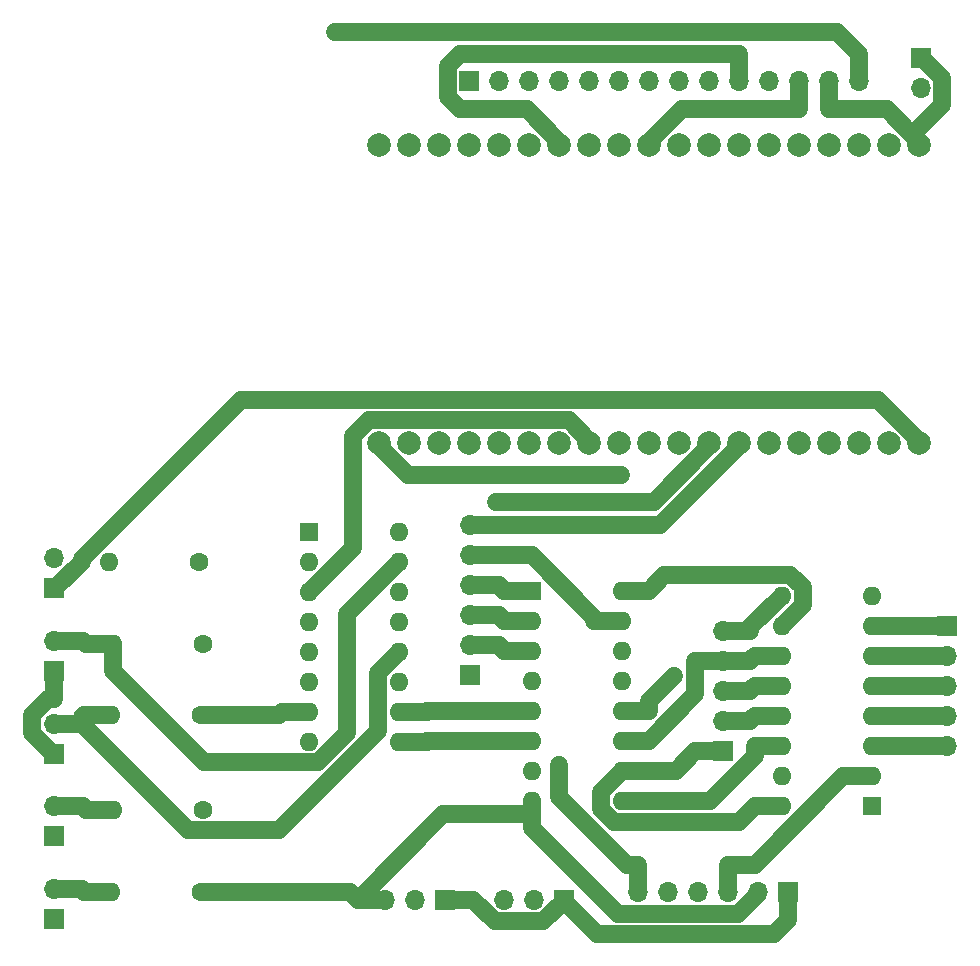
<source format=gbr>
%TF.GenerationSoftware,KiCad,Pcbnew,8.0.3*%
%TF.CreationDate,2025-01-28T15:41:37+01:00*%
%TF.ProjectId,Esp32-card,45737033-322d-4636-9172-642e6b696361,rev?*%
%TF.SameCoordinates,Original*%
%TF.FileFunction,Copper,L1,Top*%
%TF.FilePolarity,Positive*%
%FSLAX46Y46*%
G04 Gerber Fmt 4.6, Leading zero omitted, Abs format (unit mm)*
G04 Created by KiCad (PCBNEW 8.0.3) date 2025-01-28 15:41:37*
%MOMM*%
%LPD*%
G01*
G04 APERTURE LIST*
%TA.AperFunction,ComponentPad*%
%ADD10R,1.600000X1.600000*%
%TD*%
%TA.AperFunction,ComponentPad*%
%ADD11O,1.600000X1.600000*%
%TD*%
%TA.AperFunction,ComponentPad*%
%ADD12C,1.600000*%
%TD*%
%TA.AperFunction,ComponentPad*%
%ADD13R,1.700000X1.700000*%
%TD*%
%TA.AperFunction,ComponentPad*%
%ADD14O,1.700000X1.700000*%
%TD*%
%TA.AperFunction,ComponentPad*%
%ADD15C,2.000000*%
%TD*%
%TA.AperFunction,ViaPad*%
%ADD16C,1.200000*%
%TD*%
%TA.AperFunction,Conductor*%
%ADD17C,1.500000*%
%TD*%
G04 APERTURE END LIST*
D10*
%TO.P,U4,1,A4*%
%TO.N,Capteur_Hall_1*%
X150000000Y-85460000D03*
D11*
%TO.P,U4,2,A6*%
%TO.N,Capteur_Autre_1*%
X150000000Y-88000000D03*
%TO.P,U4,3,A*%
%TO.N,Analog_Pin1*%
X150000000Y-90540000D03*
%TO.P,U4,4,A7*%
%TO.N,Capteur_Autre_2*%
X150000000Y-93080000D03*
%TO.P,U4,5,A5*%
%TO.N,Capteur_Hall_2*%
X150000000Y-95620000D03*
%TO.P,U4,6,~{E}*%
%TO.N,GND*%
X150000000Y-98160000D03*
%TO.P,U4,7,VEE*%
X150000000Y-100700000D03*
%TO.P,U4,8,GND*%
X150000000Y-103240000D03*
%TO.P,U4,9,S2*%
%TO.N,Net-(U1-QG)*%
X157620000Y-103240000D03*
%TO.P,U4,10,S1*%
%TO.N,Net-(U1-QF)*%
X157620000Y-100700000D03*
%TO.P,U4,11,S0*%
%TO.N,Net-(U1-QE)*%
X157620000Y-98160000D03*
%TO.P,U4,12,A3*%
%TO.N,Capteur_Force_3*%
X157620000Y-95620000D03*
%TO.P,U4,13,A0*%
%TO.N,Net-(J14-Pin_6)*%
X157620000Y-93080000D03*
%TO.P,U4,14,A1*%
%TO.N,Capteur_Force_1*%
X157620000Y-90540000D03*
%TO.P,U4,15,A2*%
%TO.N,Capteur_Force_2*%
X157620000Y-88000000D03*
%TO.P,U4,16,VCC*%
%TO.N,3v3*%
X157620000Y-85460000D03*
%TD*%
%TO.P,U2,16,VCC*%
%TO.N,3v3*%
X190000000Y-108700000D03*
%TO.P,U2,15,QA*%
%TO.N,Net-(J14-Pin_5)*%
X190000000Y-106160000D03*
%TO.P,U2,14,SER*%
%TO.N,Net-(U1-QH')*%
X190000000Y-103620000D03*
%TO.P,U2,13,~{OE}*%
%TO.N,GND*%
X190000000Y-101080000D03*
%TO.P,U2,12,RCLK*%
%TO.N,Trig*%
X190000000Y-98540000D03*
%TO.P,U2,11,SRCLK*%
%TO.N,Clock*%
X190000000Y-96000000D03*
%TO.P,U2,10,~{SRCLR}*%
%TO.N,3v3*%
X190000000Y-93460000D03*
%TO.P,U2,9,QH'*%
%TO.N,Net-(J12-Pin_5)*%
X190000000Y-90920000D03*
%TO.P,U2,8,GND*%
%TO.N,GND*%
X197620000Y-90920000D03*
%TO.P,U2,7,QH*%
%TO.N,Net-(J9-Pin_1)*%
X197620000Y-93460000D03*
%TO.P,U2,6,QG*%
%TO.N,Net-(J9-Pin_2)*%
X197620000Y-96000000D03*
%TO.P,U2,5,QF*%
%TO.N,Net-(J9-Pin_3)*%
X197620000Y-98540000D03*
%TO.P,U2,4,QE*%
%TO.N,Net-(J9-Pin_4)*%
X197620000Y-101080000D03*
%TO.P,U2,3,QD*%
%TO.N,Net-(J9-Pin_5)*%
X197620000Y-103620000D03*
%TO.P,U2,2,QC*%
%TO.N,Net-(J14-Pin_3)*%
X197620000Y-106160000D03*
D10*
%TO.P,U2,1,QB*%
%TO.N,Net-(J14-Pin_4)*%
X197620000Y-108700000D03*
%TD*%
%TO.P,U1,1,QB*%
%TO.N,M1_Pin_Dir2*%
X168820000Y-90460000D03*
D11*
%TO.P,U1,2,QC*%
%TO.N,M2_Pin_Dir1*%
X168820000Y-93000000D03*
%TO.P,U1,3,QD*%
%TO.N,M2_Pin_Dir2*%
X168820000Y-95540000D03*
%TO.P,U1,4,QE*%
%TO.N,Net-(U1-QE)*%
X168820000Y-98080000D03*
%TO.P,U1,5,QF*%
%TO.N,Net-(U1-QF)*%
X168820000Y-100620000D03*
%TO.P,U1,6,QG*%
%TO.N,Net-(U1-QG)*%
X168820000Y-103160000D03*
%TO.P,U1,7,QH*%
%TO.N,unconnected-(U1-QH-Pad7)*%
X168820000Y-105700000D03*
%TO.P,U1,8,GND*%
%TO.N,GND*%
X168820000Y-108240000D03*
%TO.P,U1,9,QH'*%
%TO.N,Net-(U1-QH')*%
X176440000Y-108240000D03*
%TO.P,U1,10,~{SRCLR}*%
%TO.N,3v3*%
X176440000Y-105700000D03*
%TO.P,U1,11,SRCLK*%
%TO.N,Clock*%
X176440000Y-103160000D03*
%TO.P,U1,12,RCLK*%
%TO.N,Trig*%
X176440000Y-100620000D03*
%TO.P,U1,13,~{OE}*%
%TO.N,GND*%
X176440000Y-98080000D03*
%TO.P,U1,14,SER*%
%TO.N,Data*%
X176440000Y-95540000D03*
%TO.P,U1,15,QA*%
%TO.N,M1_Pin_Dir1*%
X176440000Y-93000000D03*
%TO.P,U1,16,VCC*%
%TO.N,3v3*%
X176440000Y-90460000D03*
%TD*%
%TO.P,R5,2*%
%TO.N,Capteur_Autre_2*%
X133190000Y-116000000D03*
D12*
%TO.P,R5,1*%
%TO.N,GND*%
X140810000Y-116000000D03*
%TD*%
%TO.P,R4,1*%
%TO.N,GND*%
X141000000Y-109000000D03*
D11*
%TO.P,R4,2*%
%TO.N,Capteur_Autre_1*%
X133380000Y-109000000D03*
%TD*%
D12*
%TO.P,R3,1*%
%TO.N,GND*%
X140810000Y-101000000D03*
D11*
%TO.P,R3,2*%
%TO.N,Capteur_Force_3*%
X133190000Y-101000000D03*
%TD*%
D12*
%TO.P,R2,1*%
%TO.N,GND*%
X141000000Y-95000000D03*
D11*
%TO.P,R2,2*%
%TO.N,Capteur_Force_2*%
X133380000Y-95000000D03*
%TD*%
D12*
%TO.P,R1,1*%
%TO.N,GND*%
X140620000Y-88000000D03*
D11*
%TO.P,R1,2*%
%TO.N,Capteur_Force_1*%
X133000000Y-88000000D03*
%TD*%
D13*
%TO.P,J14,1,Pin_1*%
%TO.N,3v3*%
X190540000Y-116000000D03*
D14*
%TO.P,J14,2,Pin_2*%
%TO.N,GND*%
X188000000Y-116000000D03*
%TO.P,J14,3,Pin_3*%
%TO.N,Net-(J14-Pin_3)*%
X185460000Y-116000000D03*
%TO.P,J14,4,Pin_4*%
%TO.N,Net-(J14-Pin_4)*%
X182920000Y-116000000D03*
%TO.P,J14,5,Pin_5*%
%TO.N,Net-(J14-Pin_5)*%
X180380000Y-116000000D03*
%TO.P,J14,6,Pin_6*%
%TO.N,Net-(J14-Pin_6)*%
X177840000Y-116000000D03*
%TD*%
D13*
%TO.P,J13,1,Pin_1*%
%TO.N,5v*%
X128375000Y-118275000D03*
D14*
%TO.P,J13,2,Pin_2*%
%TO.N,Capteur_Autre_2*%
X128375000Y-115735000D03*
%TD*%
D13*
%TO.P,J12,1,Pin_1*%
%TO.N,3v3*%
X185000000Y-104075000D03*
D14*
%TO.P,J12,2,Pin_2*%
%TO.N,GND*%
X185000000Y-101535000D03*
%TO.P,J12,3,Pin_3*%
%TO.N,Trig*%
X185000000Y-98995000D03*
%TO.P,J12,4,Pin_4*%
%TO.N,Clock*%
X185000000Y-96455000D03*
%TO.P,J12,5,Pin_5*%
%TO.N,Net-(J12-Pin_5)*%
X185000000Y-93915000D03*
%TD*%
D13*
%TO.P,J11,1,Pin_1*%
%TO.N,5v*%
X128375000Y-111275000D03*
D14*
%TO.P,J11,2,Pin_2*%
%TO.N,Capteur_Autre_1*%
X128375000Y-108735000D03*
%TD*%
D13*
%TO.P,J10,1,Pin_1*%
%TO.N,5v*%
X128375000Y-104275000D03*
D14*
%TO.P,J10,2,Pin_2*%
%TO.N,Capteur_Force_3*%
X128375000Y-101735000D03*
%TD*%
D13*
%TO.P,J9,1,Pin_1*%
%TO.N,Net-(J9-Pin_1)*%
X204000000Y-93460000D03*
D14*
%TO.P,J9,2,Pin_2*%
%TO.N,Net-(J9-Pin_2)*%
X204000000Y-96000000D03*
%TO.P,J9,3,Pin_3*%
%TO.N,Net-(J9-Pin_3)*%
X204000000Y-98540000D03*
%TO.P,J9,4,Pin_4*%
%TO.N,Net-(J9-Pin_4)*%
X204000000Y-101080000D03*
%TO.P,J9,5,Pin_5*%
%TO.N,Net-(J9-Pin_5)*%
X204000000Y-103620000D03*
%TD*%
D13*
%TO.P,J8,1,Pin_1*%
%TO.N,M2_Pin_EN*%
X163620000Y-97620000D03*
D14*
%TO.P,J8,2,Pin_2*%
%TO.N,M2_Pin_Dir2*%
X163620000Y-95080000D03*
%TO.P,J8,3,Pin_3*%
%TO.N,M2_Pin_Dir1*%
X163620000Y-92540000D03*
%TO.P,J8,4,Pin_4*%
%TO.N,M1_Pin_Dir2*%
X163620000Y-90000000D03*
%TO.P,J8,5,Pin_5*%
%TO.N,M1_Pin_Dir1*%
X163620000Y-87460000D03*
%TO.P,J8,6,Pin_6*%
%TO.N,M1_Pin_EN*%
X163620000Y-84920000D03*
%TD*%
D13*
%TO.P,J6,1,Pin_1*%
%TO.N,GND*%
X201760000Y-45350000D03*
D14*
%TO.P,J6,2,Pin_2*%
%TO.N,5v*%
X201760000Y-47890000D03*
%TD*%
D13*
%TO.P,J5,1,Pin_1*%
%TO.N,3v3*%
X161525000Y-116625000D03*
D14*
%TO.P,J5,2,Pin_2*%
%TO.N,Capteur_Hall_2*%
X158985000Y-116625000D03*
%TO.P,J5,3,Pin_3*%
%TO.N,GND*%
X156445000Y-116625000D03*
%TD*%
D13*
%TO.P,J4,1,Pin_1*%
%TO.N,3v3*%
X171525000Y-116625000D03*
D14*
%TO.P,J4,2,Pin_2*%
%TO.N,Capteur_Hall_1*%
X168985000Y-116625000D03*
%TO.P,J4,3,Pin_3*%
%TO.N,GND*%
X166445000Y-116625000D03*
%TD*%
D13*
%TO.P,J3,1,Pin_1*%
%TO.N,5v*%
X128375000Y-97275000D03*
D14*
%TO.P,J3,2,Pin_2*%
%TO.N,Capteur_Force_2*%
X128375000Y-94735000D03*
%TD*%
D13*
%TO.P,J2,1,Pin_1*%
%TO.N,5v*%
X128375000Y-90275000D03*
D14*
%TO.P,J2,2,Pin_2*%
%TO.N,Capteur_Force_1*%
X128375000Y-87735000D03*
%TD*%
D13*
%TO.P,J1,1,Pin_1*%
%TO.N,unconnected-(J1-Pin_1-Pad1)*%
X163520000Y-47350000D03*
D14*
%TO.P,J1,2,Pin_2*%
%TO.N,unconnected-(J1-Pin_2-Pad2)*%
X166060000Y-47350000D03*
%TO.P,J1,3,Pin_3*%
%TO.N,unconnected-(J1-Pin_3-Pad3)*%
X168600000Y-47350000D03*
%TO.P,J1,4,Pin_4*%
%TO.N,unconnected-(J1-Pin_4-Pad4)*%
X171140000Y-47350000D03*
%TO.P,J1,5,Pin_5*%
%TO.N,unconnected-(J1-Pin_5-Pad5)*%
X173680000Y-47350000D03*
%TO.P,J1,6,Pin_6*%
%TO.N,Net-(ESP32_WROOM_KIT1-GPIO19)*%
X176220000Y-47350000D03*
%TO.P,J1,7,Pin_7*%
%TO.N,Net-(ESP32_WROOM_KIT1-GPIO15)*%
X178760000Y-47350000D03*
%TO.P,J1,8,Pin_8*%
%TO.N,Net-(ESP32_WROOM_KIT1-GPIO18)*%
X181300000Y-47350000D03*
%TO.P,J1,9,Pin_9*%
%TO.N,Net-(ESP32_WROOM_KIT1-GPIO23)*%
X183840000Y-47350000D03*
%TO.P,J1,10,Pin_10*%
%TO.N,Net-(ESP32_WROOM_KIT1-GPIO4)*%
X186380000Y-47350000D03*
%TO.P,J1,11,Pin_11*%
%TO.N,Net-(ESP32_WROOM_KIT1-GPIO22)*%
X188920000Y-47350000D03*
%TO.P,J1,12,Pin_12*%
%TO.N,Net-(ESP32_WROOM_KIT1-GPIO5)*%
X191460000Y-47350000D03*
%TO.P,J1,13,Pin_13*%
%TO.N,GND*%
X194000000Y-47350000D03*
%TO.P,J1,14,Pin_14*%
%TO.N,3v3*%
X196540000Y-47350000D03*
%TD*%
D15*
%TO.P,ESP32_WROOM_KIT1,1,3v3*%
%TO.N,3v3*%
X155900000Y-78000000D03*
%TO.P,ESP32_WROOM_KIT1,2,EN*%
%TO.N,unconnected-(ESP32_WROOM_KIT1-EN-Pad2)*%
X158440000Y-78000000D03*
%TO.P,ESP32_WROOM_KIT1,3,GPIO36*%
%TO.N,unconnected-(ESP32_WROOM_KIT1-GPIO36-Pad3)*%
X160980000Y-78000000D03*
%TO.P,ESP32_WROOM_KIT1,4,GPIO39*%
%TO.N,unconnected-(ESP32_WROOM_KIT1-GPIO39-Pad4)*%
X163520000Y-78000000D03*
%TO.P,ESP32_WROOM_KIT1,5,GPIO34*%
%TO.N,unconnected-(ESP32_WROOM_KIT1-GPIO34-Pad5)*%
X166060000Y-78000000D03*
%TO.P,ESP32_WROOM_KIT1,6,GPIO35*%
%TO.N,unconnected-(ESP32_WROOM_KIT1-GPIO35-Pad6)*%
X168600000Y-78000000D03*
%TO.P,ESP32_WROOM_KIT1,7,GPIO32*%
%TO.N,unconnected-(ESP32_WROOM_KIT1-GPIO32-Pad7)*%
X171140000Y-78000000D03*
%TO.P,ESP32_WROOM_KIT1,8,GPIO33*%
%TO.N,Analog_Pin1*%
X173680000Y-78000000D03*
%TO.P,ESP32_WROOM_KIT1,9,GPIO25*%
%TO.N,Data*%
X176220000Y-78000000D03*
%TO.P,ESP32_WROOM_KIT1,10,GPIO26*%
%TO.N,Clock*%
X178760000Y-78000000D03*
%TO.P,ESP32_WROOM_KIT1,11,GPIO27*%
%TO.N,Trig*%
X181300000Y-78000000D03*
%TO.P,ESP32_WROOM_KIT1,12,GPIO14*%
%TO.N,M2_Pin_EN*%
X183840000Y-78000000D03*
%TO.P,ESP32_WROOM_KIT1,13,GPIO12*%
%TO.N,M1_Pin_EN*%
X186380000Y-78000000D03*
%TO.P,ESP32_WROOM_KIT1,14,GND*%
%TO.N,unconnected-(ESP32_WROOM_KIT1-GND-Pad14)*%
X188920000Y-78000000D03*
%TO.P,ESP32_WROOM_KIT1,15,GPIO13*%
%TO.N,unconnected-(ESP32_WROOM_KIT1-GPIO13-Pad15)*%
X191460000Y-78000000D03*
%TO.P,ESP32_WROOM_KIT1,16,GPIO9*%
%TO.N,unconnected-(ESP32_WROOM_KIT1-GPIO9-Pad16)*%
X194000000Y-78000000D03*
%TO.P,ESP32_WROOM_KIT1,17,GPIO10*%
%TO.N,unconnected-(ESP32_WROOM_KIT1-GPIO10-Pad17)*%
X196540000Y-78000000D03*
%TO.P,ESP32_WROOM_KIT1,18,GPIO11*%
%TO.N,unconnected-(ESP32_WROOM_KIT1-GPIO11-Pad18)*%
X199080000Y-78000000D03*
%TO.P,ESP32_WROOM_KIT1,19,5V*%
%TO.N,5v*%
X201620000Y-78000000D03*
%TO.P,ESP32_WROOM_KIT1,20,GND*%
%TO.N,GND*%
X201620000Y-52700000D03*
%TO.P,ESP32_WROOM_KIT1,21,GPIO23*%
%TO.N,Net-(ESP32_WROOM_KIT1-GPIO23)*%
X199080000Y-52700000D03*
%TO.P,ESP32_WROOM_KIT1,22,GPIO22*%
%TO.N,Net-(ESP32_WROOM_KIT1-GPIO22)*%
X196540000Y-52700000D03*
%TO.P,ESP32_WROOM_KIT1,23,GPIO1*%
%TO.N,unconnected-(ESP32_WROOM_KIT1-GPIO1-Pad23)*%
X194000000Y-52700000D03*
%TO.P,ESP32_WROOM_KIT1,24,GPIO3*%
%TO.N,unconnected-(ESP32_WROOM_KIT1-GPIO3-Pad24)*%
X191460000Y-52700000D03*
%TO.P,ESP32_WROOM_KIT1,25,GPIO21*%
%TO.N,unconnected-(ESP32_WROOM_KIT1-GPIO21-Pad25)*%
X188920000Y-52700000D03*
%TO.P,ESP32_WROOM_KIT1,26,GND*%
%TO.N,unconnected-(ESP32_WROOM_KIT1-GND-Pad26)*%
X186380000Y-52700000D03*
%TO.P,ESP32_WROOM_KIT1,27,GPIO19*%
%TO.N,Net-(ESP32_WROOM_KIT1-GPIO19)*%
X183840000Y-52700000D03*
%TO.P,ESP32_WROOM_KIT1,28,GPIO18*%
%TO.N,Net-(ESP32_WROOM_KIT1-GPIO18)*%
X181300000Y-52700000D03*
%TO.P,ESP32_WROOM_KIT1,29,GPIO5*%
%TO.N,Net-(ESP32_WROOM_KIT1-GPIO5)*%
X178760000Y-52700000D03*
%TO.P,ESP32_WROOM_KIT1,30,GPIO17*%
%TO.N,unconnected-(ESP32_WROOM_KIT1-GPIO17-Pad30)*%
X176220000Y-52700000D03*
%TO.P,ESP32_WROOM_KIT1,31,GPIO16*%
%TO.N,unconnected-(ESP32_WROOM_KIT1-GPIO16-Pad31)*%
X173680000Y-52700000D03*
%TO.P,ESP32_WROOM_KIT1,32,GPIO4*%
%TO.N,Net-(ESP32_WROOM_KIT1-GPIO4)*%
X171140000Y-52700000D03*
%TO.P,ESP32_WROOM_KIT1,33,GPIO0*%
%TO.N,unconnected-(ESP32_WROOM_KIT1-GPIO0-Pad33)*%
X168600000Y-52700000D03*
%TO.P,ESP32_WROOM_KIT1,34,GPIO2*%
%TO.N,unconnected-(ESP32_WROOM_KIT1-GPIO2-Pad34)*%
X166060000Y-52700000D03*
%TO.P,ESP32_WROOM_KIT1,35,GPIO15*%
%TO.N,Net-(ESP32_WROOM_KIT1-GPIO15)*%
X163520000Y-52700000D03*
%TO.P,ESP32_WROOM_KIT1,36,GPIO8*%
%TO.N,unconnected-(ESP32_WROOM_KIT1-GPIO8-Pad36)*%
X160980000Y-52700000D03*
%TO.P,ESP32_WROOM_KIT1,37,GPIO7*%
%TO.N,unconnected-(ESP32_WROOM_KIT1-GPIO7-Pad37)*%
X158440000Y-52700000D03*
%TO.P,ESP32_WROOM_KIT1,38,GPIO6*%
%TO.N,unconnected-(ESP32_WROOM_KIT1-GPIO6-Pad38)*%
X155900000Y-52700000D03*
%TD*%
D16*
%TO.N,Net-(J14-Pin_6)*%
X171136700Y-105259300D03*
%TO.N,M2_Pin_EN*%
X165810200Y-82915000D03*
%TO.N,GND*%
X203570200Y-49350400D03*
%TO.N,3v3*%
X176380500Y-80661000D03*
X152185500Y-43130000D03*
%TO.N,Trig*%
X180855900Y-97724200D03*
%TD*%
D17*
%TO.N,Net-(ESP32_WROOM_KIT1-GPIO5)*%
X181516200Y-49700000D02*
X191460000Y-49700000D01*
X178760000Y-52456200D02*
X181516200Y-49700000D01*
X178760000Y-52700000D02*
X178760000Y-52456200D01*
X191460000Y-47350000D02*
X191460000Y-49700000D01*
%TO.N,Net-(ESP32_WROOM_KIT1-GPIO4)*%
X171140000Y-52433800D02*
X171140000Y-52700000D01*
X168406400Y-49700200D02*
X171140000Y-52433800D01*
X162745200Y-49700200D02*
X168406400Y-49700200D01*
X161706900Y-48661900D02*
X162745200Y-49700200D01*
X161706900Y-46066500D02*
X161706900Y-48661900D01*
X162773400Y-45000000D02*
X161706900Y-46066500D01*
X186380000Y-45000000D02*
X162773400Y-45000000D01*
X186380000Y-47350000D02*
X186380000Y-45000000D01*
%TO.N,Net-(U1-QF)*%
X160000000Y-100620000D02*
X159920000Y-100700000D01*
X168820000Y-100620000D02*
X160000000Y-100620000D01*
X157620000Y-100700000D02*
X159920000Y-100700000D01*
%TO.N,Net-(J14-Pin_3)*%
X185460000Y-116000000D02*
X185460000Y-113650000D01*
X195189600Y-106160000D02*
X197620000Y-106160000D01*
X187699600Y-113650000D02*
X195189600Y-106160000D01*
X185460000Y-113650000D02*
X187699600Y-113650000D01*
%TO.N,Net-(J14-Pin_6)*%
X177840000Y-116000000D02*
X177840000Y-113650000D01*
X176866400Y-113650000D02*
X177840000Y-113650000D01*
X171136700Y-107920300D02*
X176866400Y-113650000D01*
X171136700Y-105259300D02*
X171136700Y-107920300D01*
%TO.N,Capteur_Autre_2*%
X130725000Y-115835000D02*
X130890000Y-116000000D01*
X130725000Y-115735000D02*
X130725000Y-115835000D01*
X133190000Y-116000000D02*
X130890000Y-116000000D01*
X128375000Y-115735000D02*
X130725000Y-115735000D01*
%TO.N,Net-(J12-Pin_5)*%
X187350000Y-93570000D02*
X190000000Y-90920000D01*
X187350000Y-93915000D02*
X187350000Y-93570000D01*
X185000000Y-93915000D02*
X187350000Y-93915000D01*
%TO.N,Capteur_Autre_1*%
X130815000Y-108735000D02*
X131080000Y-109000000D01*
X128375000Y-108735000D02*
X130815000Y-108735000D01*
X133380000Y-109000000D02*
X131080000Y-109000000D01*
%TO.N,Capteur_Force_3*%
X130725000Y-101165000D02*
X130890000Y-101000000D01*
X130725000Y-101735000D02*
X130725000Y-101165000D01*
X133190000Y-101000000D02*
X130890000Y-101000000D01*
X128375000Y-101735000D02*
X130025000Y-101735000D01*
X130025000Y-101735000D02*
X130725000Y-101735000D01*
X155828100Y-97411900D02*
X157620000Y-95620000D01*
X155828100Y-102364300D02*
X155828100Y-97411900D01*
X147438000Y-110754400D02*
X155828100Y-102364300D01*
X139744400Y-110754400D02*
X147438000Y-110754400D01*
X130725000Y-101735000D02*
X139744400Y-110754400D01*
%TO.N,Net-(J9-Pin_3)*%
X204000000Y-98540000D02*
X197620000Y-98540000D01*
%TO.N,Net-(J9-Pin_4)*%
X204000000Y-101080000D02*
X197620000Y-101080000D01*
%TO.N,Net-(J9-Pin_5)*%
X204000000Y-103620000D02*
X197620000Y-103620000D01*
%TO.N,Capteur_Force_2*%
X130815000Y-94735000D02*
X131080000Y-95000000D01*
X128375000Y-94735000D02*
X130815000Y-94735000D01*
X132230000Y-95000000D02*
X131080000Y-95000000D01*
X132230000Y-95000000D02*
X133380000Y-95000000D01*
X133380000Y-95000000D02*
X133380000Y-97300000D01*
X141084100Y-105004100D02*
X133380000Y-97300000D01*
X150727700Y-105004100D02*
X141084100Y-105004100D01*
X153208800Y-102523000D02*
X150727700Y-105004100D01*
X153208800Y-92411200D02*
X153208800Y-102523000D01*
X157620000Y-88000000D02*
X153208800Y-92411200D01*
%TO.N,Net-(J9-Pin_1)*%
X204000000Y-93460000D02*
X197620000Y-93460000D01*
%TO.N,5v*%
X128474900Y-90275000D02*
X128375000Y-90275000D01*
X130712500Y-88037400D02*
X128474900Y-90275000D01*
X130712500Y-87802200D02*
X130712500Y-88037400D01*
X144206700Y-74308000D02*
X130712500Y-87802200D01*
X198175900Y-74308000D02*
X144206700Y-74308000D01*
X201620000Y-77752100D02*
X198175900Y-74308000D01*
X201620000Y-78000000D02*
X201620000Y-77752100D01*
X128293400Y-104275000D02*
X128375000Y-104275000D01*
X126536600Y-102518200D02*
X128293400Y-104275000D01*
X126536600Y-101003700D02*
X126536600Y-102518200D01*
X127915300Y-99625000D02*
X126536600Y-101003700D01*
X128375000Y-99625000D02*
X127915300Y-99625000D01*
X128375000Y-97275000D02*
X128375000Y-99625000D01*
%TO.N,Net-(J9-Pin_2)*%
X204000000Y-96000000D02*
X197620000Y-96000000D01*
%TO.N,M2_Pin_EN*%
X179149000Y-82915000D02*
X165810200Y-82915000D01*
X183840000Y-78224000D02*
X179149000Y-82915000D01*
X183840000Y-78000000D02*
X183840000Y-78224000D01*
%TO.N,Net-(U1-QH')*%
X183942500Y-108240000D02*
X176440000Y-108240000D01*
X187700000Y-104482500D02*
X183942500Y-108240000D01*
X187700000Y-103620000D02*
X187700000Y-104482500D01*
X190000000Y-103620000D02*
X187700000Y-103620000D01*
%TO.N,M1_Pin_Dir2*%
X166060000Y-90000000D02*
X166520000Y-90460000D01*
X163620000Y-90000000D02*
X166060000Y-90000000D01*
X168820000Y-90460000D02*
X166520000Y-90460000D01*
%TO.N,M2_Pin_Dir1*%
X166060000Y-92540000D02*
X166520000Y-93000000D01*
X163620000Y-92540000D02*
X166060000Y-92540000D01*
X168820000Y-93000000D02*
X166520000Y-93000000D01*
%TO.N,M1_Pin_EN*%
X186380000Y-78245900D02*
X186380000Y-78000000D01*
X179705900Y-84920000D02*
X186380000Y-78245900D01*
X163620000Y-84920000D02*
X179705900Y-84920000D01*
%TO.N,M2_Pin_Dir2*%
X166060000Y-95080000D02*
X166520000Y-95540000D01*
X163620000Y-95080000D02*
X166060000Y-95080000D01*
X168820000Y-95540000D02*
X166520000Y-95540000D01*
%TO.N,M1_Pin_Dir1*%
X174140000Y-92761800D02*
X174140000Y-93000000D01*
X168838200Y-87460000D02*
X174140000Y-92761800D01*
X163620000Y-87460000D02*
X168838200Y-87460000D01*
X176440000Y-93000000D02*
X174140000Y-93000000D01*
%TO.N,Net-(U1-QG)*%
X160000000Y-103160000D02*
X159920000Y-103240000D01*
X168820000Y-103160000D02*
X160000000Y-103160000D01*
X157620000Y-103240000D02*
X159920000Y-103240000D01*
%TO.N,GND*%
X194000000Y-47350000D02*
X194000000Y-49700000D01*
X156445000Y-116625000D02*
X154095000Y-116625000D01*
X201876700Y-45350000D02*
X201760000Y-45350000D01*
X203570200Y-47043500D02*
X201876700Y-45350000D01*
X203570200Y-49350400D02*
X203570200Y-47043500D01*
X201049000Y-51871600D02*
X203570200Y-49350400D01*
X201620000Y-52442600D02*
X201049000Y-51871600D01*
X201620000Y-52700000D02*
X201620000Y-52442600D01*
X198877400Y-49700000D02*
X194000000Y-49700000D01*
X201049000Y-51871600D02*
X198877400Y-49700000D01*
X187350000Y-101430000D02*
X187700000Y-101080000D01*
X187350000Y-101535000D02*
X187350000Y-101430000D01*
X190000000Y-101080000D02*
X187700000Y-101080000D01*
X185000000Y-101535000D02*
X187350000Y-101535000D01*
X147400000Y-101000000D02*
X147700000Y-100700000D01*
X140810000Y-101000000D02*
X147400000Y-101000000D01*
X150000000Y-100700000D02*
X147700000Y-100700000D01*
X176120700Y-117840700D02*
X168820000Y-110540000D01*
X186300400Y-117840700D02*
X176120700Y-117840700D01*
X188000000Y-116141100D02*
X186300400Y-117840700D01*
X188000000Y-116000000D02*
X188000000Y-116141100D01*
X168820000Y-108240000D02*
X168820000Y-109390000D01*
X168820000Y-109390000D02*
X168820000Y-110540000D01*
X153470000Y-116000000D02*
X140810000Y-116000000D01*
X154095000Y-116625000D02*
X153470000Y-116000000D01*
X161330000Y-109390000D02*
X154095000Y-116625000D01*
X168820000Y-109390000D02*
X161330000Y-109390000D01*
%TO.N,3v3*%
X161525000Y-116625000D02*
X163875000Y-116625000D01*
X181025000Y-105700000D02*
X176440000Y-105700000D01*
X182650000Y-104075000D02*
X181025000Y-105700000D01*
X185000000Y-104075000D02*
X182650000Y-104075000D01*
X169760300Y-118461500D02*
X171525000Y-116696800D01*
X165711500Y-118461500D02*
X169760300Y-118461500D01*
X163875000Y-116625000D02*
X165711500Y-118461500D01*
X171525000Y-116696800D02*
X171525000Y-116625000D01*
X189347600Y-119542400D02*
X190540000Y-118350000D01*
X174370600Y-119542400D02*
X189347600Y-119542400D01*
X171525000Y-116696800D02*
X174370600Y-119542400D01*
X190540000Y-116000000D02*
X190540000Y-118350000D01*
X174663900Y-107476100D02*
X176440000Y-105700000D01*
X174663900Y-108950400D02*
X174663900Y-107476100D01*
X175754600Y-110041100D02*
X174663900Y-108950400D01*
X186358900Y-110041100D02*
X175754600Y-110041100D01*
X187700000Y-108700000D02*
X186358900Y-110041100D01*
X190000000Y-108700000D02*
X187700000Y-108700000D01*
X191766300Y-91693700D02*
X190000000Y-93460000D01*
X191766300Y-90194100D02*
X191766300Y-91693700D01*
X190733100Y-89160900D02*
X191766300Y-90194100D01*
X180039100Y-89160900D02*
X190733100Y-89160900D01*
X178740000Y-90460000D02*
X180039100Y-89160900D01*
X176440000Y-90460000D02*
X178740000Y-90460000D01*
X158313200Y-80661000D02*
X176380500Y-80661000D01*
X155900000Y-78247800D02*
X158313200Y-80661000D01*
X155900000Y-78000000D02*
X155900000Y-78247800D01*
X196540000Y-47350000D02*
X196540000Y-45000000D01*
X194670000Y-43130000D02*
X152185500Y-43130000D01*
X196540000Y-45000000D02*
X194670000Y-43130000D01*
%TO.N,Clock*%
X187350000Y-96350000D02*
X187700000Y-96000000D01*
X187350000Y-96455000D02*
X187350000Y-96350000D01*
X190000000Y-96000000D02*
X187700000Y-96000000D01*
X185598300Y-96455000D02*
X187350000Y-96455000D01*
X185598300Y-96455000D02*
X185000000Y-96455000D01*
X185000000Y-96455000D02*
X182650000Y-96455000D01*
X182650000Y-99250000D02*
X182650000Y-96455000D01*
X178740000Y-103160000D02*
X182650000Y-99250000D01*
X176440000Y-103160000D02*
X178740000Y-103160000D01*
%TO.N,Analog_Pin1*%
X173680000Y-77756200D02*
X173680000Y-78000000D01*
X171966600Y-76042800D02*
X173680000Y-77756200D01*
X155055800Y-76042800D02*
X171966600Y-76042800D01*
X153704800Y-77393800D02*
X155055800Y-76042800D01*
X153704800Y-86835200D02*
X153704800Y-77393800D01*
X150000000Y-90540000D02*
X153704800Y-86835200D01*
%TO.N,Trig*%
X187350000Y-98890000D02*
X187700000Y-98540000D01*
X187350000Y-98995000D02*
X187350000Y-98890000D01*
X190000000Y-98540000D02*
X187700000Y-98540000D01*
X185000000Y-98995000D02*
X187350000Y-98995000D01*
X176440000Y-100620000D02*
X178740000Y-100620000D01*
X178740000Y-99840100D02*
X180855900Y-97724200D01*
X178740000Y-100620000D02*
X178740000Y-99840100D01*
%TD*%
M02*

</source>
